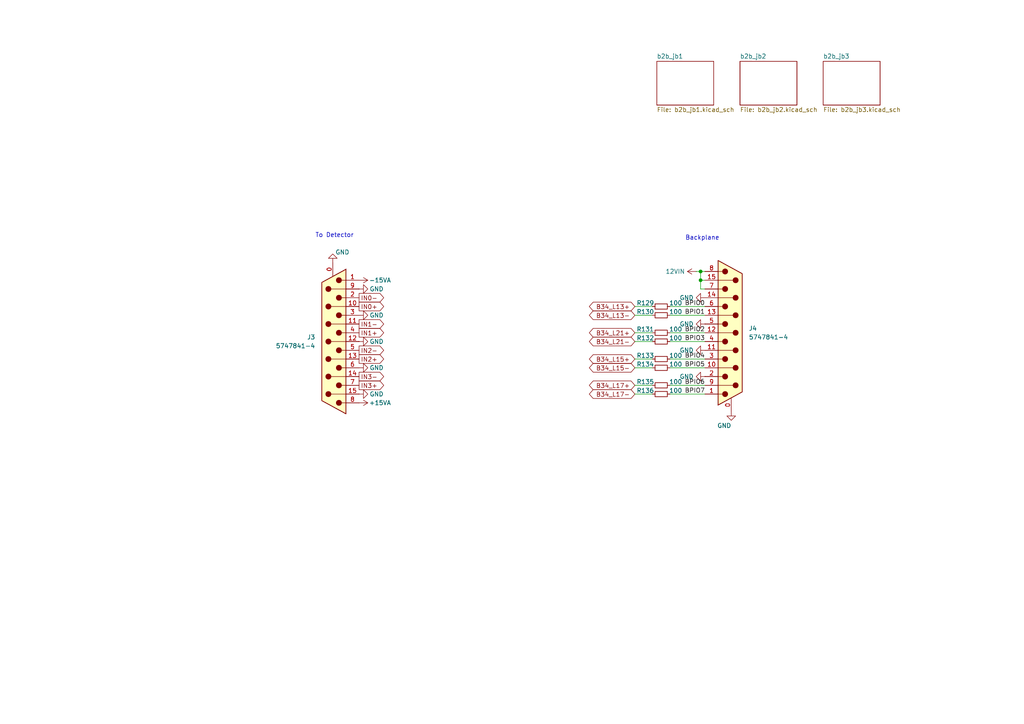
<source format=kicad_sch>
(kicad_sch (version 20250114) (generator "eeschema") (generator_version "9.0")
  (paper "A4")
  (title_block (title "4 channel ADC Module") (date "2025-04-18") (rev "0.1") (company "NOIRLab") (comment 1 "Design: Braulio Cancino Vera - braulio.cancino@noirlab.edu"))
  (lib_symbols
    (symbol "Connector:DA15_Pins_MountingHoles" (pin_names (offset 1.016) (hide yes))
      (property "Reference" "J" (at 0 24.13 0))
      (property "Value" "DA15_Pins_MountingHoles" (at 0 22.225 0))
      (symbol "DA15_Pins_MountingHoles_0_1"
        (polyline (pts (xy -3.81 17.78) (xy -2.54 17.78)))
        (polyline (pts (xy -3.81 15.24) (xy 0.508 15.24)))
        (polyline (pts (xy -3.81 12.7) (xy -2.54 12.7)))
        (polyline (pts (xy -3.81 10.16) (xy 0.508 10.16)))
        (polyline (pts (xy -3.81 7.62) (xy -2.54 7.62)))
        (polyline (pts (xy -3.81 5.08) (xy 0.508 5.08)))
        (polyline (pts (xy -3.81 2.54) (xy -2.54 2.54)))
        (polyline (pts (xy -3.81 0) (xy 0.508 0)))
        (polyline (pts (xy -3.81 -2.54) (xy -2.54 -2.54)))
        (polyline (pts (xy -3.81 -5.08) (xy 0.508 -5.08)))
        (polyline (pts (xy -3.81 -7.62) (xy -2.54 -7.62)))
        (polyline (pts (xy -3.81 -10.16) (xy 0.508 -10.16)))
        (polyline (pts (xy -3.81 -12.7) (xy -2.54 -12.7)))
        (polyline (pts (xy -3.81 -15.24) (xy 0.508 -15.24)))
        (polyline (pts (xy -3.81 -17.78) (xy -2.54 -17.78)))
        (polyline (pts (xy -3.81 -20.955) (xy 3.175 -17.145) (xy 3.175 17.145) (xy -3.81 20.955) (xy -3.81 -20.955)) (stroke (width 0.254)) (fill (type background)))
        (circle (center -1.778 17.78) (radius 0.762) (fill (type outline)))
        (circle (center -1.778 12.7) (radius 0.762) (fill (type outline)))
        (circle (center -1.778 7.62) (radius 0.762) (fill (type outline)))
        (circle (center -1.778 2.54) (radius 0.762) (fill (type outline)))
        (circle (center -1.778 -2.54) (radius 0.762) (fill (type outline)))
        (circle (center -1.778 -7.62) (radius 0.762) (fill (type outline)))
        (circle (center -1.778 -12.7) (radius 0.762) (fill (type outline)))
        (circle (center -1.778 -17.78) (radius 0.762) (fill (type outline)))
        (circle (center 1.27 15.24) (radius 0.762) (fill (type outline)))
        (circle (center 1.27 10.16) (radius 0.762) (fill (type outline)))
        (circle (center 1.27 5.08) (radius 0.762) (fill (type outline)))
        (circle (center 1.27 0) (radius 0.762) (fill (type outline)))
        (circle (center 1.27 -5.08) (radius 0.762) (fill (type outline)))
        (circle (center 1.27 -10.16) (radius 0.762) (fill (type outline)))
        (circle (center 1.27 -15.24) (radius 0.762) (fill (type outline)))
      )
      (symbol "DA15_Pins_MountingHoles_1_1"
        (pin passive line (at -7.62 17.78 0) (length 3.81) (name "8") (number "8"))
        (pin passive line (at -7.62 15.24 0) (length 3.81) (name "P15") (number "15"))
        (pin passive line (at -7.62 12.7 0) (length 3.81) (name "7") (number "7"))
        (pin passive line (at -7.62 10.16 0) (length 3.81) (name "P14") (number "14"))
        (pin passive line (at -7.62 7.62 0) (length 3.81) (name "6") (number "6"))
        (pin passive line (at -7.62 5.08 0) (length 3.81) (name "P13") (number "13"))
        (pin passive line (at -7.62 2.54 0) (length 3.81) (name "5") (number "5"))
        (pin passive line (at -7.62 0 0) (length 3.81) (name "P12") (number "12"))
        (pin passive line (at -7.62 -2.54 0) (length 3.81) (name "4") (number "4"))
        (pin passive line (at -7.62 -5.08 0) (length 3.81) (name "P111") (number "11"))
        (pin passive line (at -7.62 -7.62 0) (length 3.81) (name "3") (number "3"))
        (pin passive line (at -7.62 -10.16 0) (length 3.81) (name "P10") (number "10"))
        (pin passive line (at -7.62 -12.7 0) (length 3.81) (name "2") (number "2"))
        (pin passive line (at -7.62 -15.24 0) (length 3.81) (name "P9") (number "9"))
        (pin passive line (at -7.62 -17.78 0) (length 3.81) (name "1") (number "1"))
        (pin passive line (at 0 -22.86 90) (length 3.81) (name "PAD") (number "0"))
      )
    )
    (symbol "Device:R_Small" (pin_numbers (hide yes)) (pin_names (offset 0.254) (hide yes))
      (property "Reference" "R" (at 0.762 0.508 0))
      (property "Value" "R_Small" (at 0.762 -1.016 0))
      (symbol "R_Small_0_1"
        (rectangle (start -0.762 1.778) (end 0.762 -1.778) (stroke (width 0.2032)))
      )
      (symbol "R_Small_1_1"
        (pin passive line (at 0 2.54 270) (length 0.762) (name "~") (number "1"))
        (pin passive line (at 0 -2.54 90) (length 0.762) (name "~") (number "2"))
      )
    )
    (symbol "power:+12V" (power) (pin_numbers (hide yes)) (pin_names (offset 0) (hide yes))
      (property "Value" "+12V" (at 0 3.556 0))
      (symbol "+12V_0_1"
        (polyline (pts (xy -0.762 1.27) (xy 0 2.54)))
        (polyline (pts (xy 0 2.54) (xy 0.762 1.27)))
        (polyline (pts (xy 0 0) (xy 0 2.54)))
      )
      (symbol "+12V_1_1"
        (pin power_in line (at 0 0 90) (length 0) (name "~") (number "1"))
      )
    )
    (symbol "power:GND" (power) (pin_numbers (hide yes)) (pin_names (offset 0) (hide yes))
      (property "Value" "GND" (at 0 -3.81 0))
      (symbol "GND_0_1"
        (polyline (pts (xy 0 0) (xy 0 -1.27) (xy 1.27 -1.27) (xy 0 -2.54) (xy -1.27 -1.27) (xy 0 -1.27)))
      )
      (symbol "GND_1_1"
        (pin power_in line (at 0 0 270) (length 0) (name "~") (number "1"))
      )
    )
  )
  (text "To Detector" (at 97.028 68.326 0) (effects (font (size 1.27 1.27))))
  (text "Backplane" (at 203.708 69.088 0) (effects (font (size 1.27 1.27))))
  (junction (at 203.2 78.74))
  (junction (at 203.2 81.28))
  (wire (pts (xy 189.23 104.14) (xy 184.15 104.14)))
  (wire (pts (xy 194.31 91.44) (xy 204.47 91.44)))
  (wire (pts (xy 189.23 91.44) (xy 184.15 91.44)))
  (wire (pts (xy 204.47 83.82) (xy 203.2 83.82)))
  (wire (pts (xy 189.23 111.76) (xy 184.15 111.76)))
  (wire (pts (xy 194.31 96.52) (xy 204.47 96.52)))
  (wire (pts (xy 194.31 88.9) (xy 204.47 88.9)))
  (wire (pts (xy 194.31 114.3) (xy 204.47 114.3)))
  (wire (pts (xy 189.23 106.68) (xy 184.15 106.68)))
  (wire (pts (xy 189.23 114.3) (xy 184.15 114.3)))
  (wire (pts (xy 201.93 78.74) (xy 203.2 78.74)))
  (wire (pts (xy 203.2 81.28) (xy 204.47 81.28)))
  (wire (pts (xy 189.23 99.06) (xy 184.15 99.06)))
  (wire (pts (xy 203.2 78.74) (xy 203.2 81.28)))
  (wire (pts (xy 194.31 99.06) (xy 204.47 99.06)))
  (wire (pts (xy 194.31 111.76) (xy 204.47 111.76)))
  (wire (pts (xy 189.23 88.9) (xy 184.15 88.9)))
  (wire (pts (xy 203.2 78.74) (xy 204.47 78.74)))
  (wire (pts (xy 189.23 96.52) (xy 184.15 96.52)))
  (wire (pts (xy 194.31 104.14) (xy 204.47 104.14)))
  (wire (pts (xy 203.2 81.28) (xy 203.2 83.82)))
  (wire (pts (xy 194.31 106.68) (xy 204.47 106.68)))
  (label "BPIO3" (at 204.47 99.06 180))
  (label "BPIO0" (at 204.47 88.9 180))
  (label "BPIO5" (at 204.47 106.68 180))
  (label "BPIO7" (at 204.47 114.3 180))
  (label "BPIO1" (at 204.47 91.44 180))
  (label "BPIO6" (at 204.47 111.76 180))
  (label "BPIO2" (at 204.47 96.52 180))
  (label "BPIO4" (at 204.47 104.14 180))
  (global_label "IN2+" (shape output) (at 104.14 104.14 0) (property "Intersheetrefs" "${INTERSHEET_REFS}" (effects (hide yes))))
  (global_label "B34_L13-" (shape bidirectional) (at 184.15 91.44 180) (property "Intersheetrefs" "${INTERSHEET_REFS}" (effects (hide yes))))
  (global_label "B34_L15-" (shape bidirectional) (at 184.15 106.68 180) (property "Intersheetrefs" "${INTERSHEET_REFS}" (effects (hide yes))))
  (global_label "B34_L13+" (shape bidirectional) (at 184.15 88.9 180) (property "Intersheetrefs" "${INTERSHEET_REFS}" (effects (hide yes))))
  (global_label "IN3+" (shape output) (at 104.14 111.76 0) (property "Intersheetrefs" "${INTERSHEET_REFS}" (effects (hide yes))))
  (global_label "B34_L21+" (shape bidirectional) (at 184.15 96.52 180) (property "Intersheetrefs" "${INTERSHEET_REFS}" (effects (hide yes))))
  (global_label "IN3-" (shape output) (at 104.14 109.22 0) (property "Intersheetrefs" "${INTERSHEET_REFS}" (effects (hide yes))))
  (global_label "B34_L21-" (shape bidirectional) (at 184.15 99.06 180) (property "Intersheetrefs" "${INTERSHEET_REFS}" (effects (hide yes))))
  (global_label "IN0-" (shape output) (at 104.14 86.36 0) (property "Intersheetrefs" "${INTERSHEET_REFS}" (effects (hide yes))))
  (global_label "IN1-" (shape output) (at 104.14 93.98 0) (property "Intersheetrefs" "${INTERSHEET_REFS}" (effects (hide yes))))
  (global_label "B34_L17-" (shape bidirectional) (at 184.15 114.3 180) (property "Intersheetrefs" "${INTERSHEET_REFS}" (effects (hide yes))))
  (global_label "IN2-" (shape output) (at 104.14 101.6 0) (property "Intersheetrefs" "${INTERSHEET_REFS}" (effects (hide yes))))
  (global_label "B34_L17+" (shape bidirectional) (at 184.15 111.76 180) (property "Intersheetrefs" "${INTERSHEET_REFS}" (effects (hide yes))))
  (global_label "IN0+" (shape output) (at 104.14 88.9 0) (property "Intersheetrefs" "${INTERSHEET_REFS}" (effects (hide yes))))
  (global_label "B34_L15+" (shape bidirectional) (at 184.15 104.14 180) (property "Intersheetrefs" "${INTERSHEET_REFS}" (effects (hide yes))))
  (global_label "IN1+" (shape output) (at 104.14 96.52 0) (property "Intersheetrefs" "${INTERSHEET_REFS}" (effects (hide yes))))
  (symbol (lib_id "power:GND") (at 104.14 106.68 90) (unit 1)
    (property "Reference" "#PWR0257" (effects (hide yes)))
    (property "Value" "GND" (at 109.22 106.68 90))
    (property "Description" "Power symbol creates a global label with name \"GND\" , ground" (effects (hide yes)))
  )
  (symbol (lib_id "power:GND") (at 204.47 109.22 270) (mirror x) (unit 1)
    (property "Reference" "#PWR0253" (effects (hide yes)))
    (property "Value" "GND" (at 199.136 109.22 90))
    (property "Description" "Power symbol creates a global label with name \"GND\" , ground" (effects (hide yes)))
  )
  (symbol (lib_id "power:GND") (at 204.47 86.36 270) (mirror x) (unit 1)
    (property "Reference" "#PWR0250" (effects (hide yes)))
    (property "Value" "GND" (at 199.136 86.36 90))
    (property "Description" "Power symbol creates a global label with name \"GND\" , ground" (effects (hide yes)))
  )
  (symbol (lib_id "power:GND") (at 96.52 76.2 180) (unit 1)
    (property "Reference" "#PWR0256" (effects (hide yes)))
    (property "Value" "GND" (at 99.314 73.152 0))
    (property "Description" "Power symbol creates a global label with name \"GND\" , ground" (effects (hide yes)))
  )
  (symbol (lib_id "Device:R_Small") (at 191.77 111.76 90) (unit 1)
    (property "Reference" "R135" (at 189.738 110.744 90) (effects (justify left)))
    (property "Value" "100" (at 194.056 110.744 90) (effects (justify right)))
    (property "Footprint" "Resistor_SMD:R_0402_1005Metric" (effects (hide yes)))
    (property "Description" "100 Ohms ±1% 0.2W, 1/5W Chip Resistor 0402 (1005 Metric) Automotive AEC-Q200, Pulse Withstanding Thick Film" (effects (hide yes)))
    (property "M" "VISHAY" (effects (hide yes)))
    (property "MPN" "CRCW0402100RFKEDHP" (effects (hide yes)))
  )
  (symbol (lib_id "Device:R_Small") (at 191.77 88.9 90) (unit 1)
    (property "Reference" "R129" (at 189.738 87.884 90) (effects (justify left)))
    (property "Value" "100" (at 194.056 87.884 90) (effects (justify right)))
    (property "Footprint" "Resistor_SMD:R_0402_1005Metric" (effects (hide yes)))
    (property "Description" "100 Ohms ±1% 0.2W, 1/5W Chip Resistor 0402 (1005 Metric) Automotive AEC-Q200, Pulse Withstanding Thick Film" (effects (hide yes)))
    (property "M" "VISHAY" (effects (hide yes)))
    (property "MPN" "CRCW0402100RFKEDHP" (effects (hide yes)))
  )
  (symbol (lib_id "Device:R_Small") (at 191.77 114.3 90) (unit 1)
    (property "Reference" "R136" (at 189.738 113.284 90) (effects (justify left)))
    (property "Value" "100" (at 194.056 113.284 90) (effects (justify right)))
    (property "Footprint" "Resistor_SMD:R_0402_1005Metric" (effects (hide yes)))
    (property "Description" "100 Ohms ±1% 0.2W, 1/5W Chip Resistor 0402 (1005 Metric) Automotive AEC-Q200, Pulse Withstanding Thick Film" (effects (hide yes)))
    (property "M" "VISHAY" (effects (hide yes)))
    (property "MPN" "CRCW0402100RFKEDHP" (effects (hide yes)))
  )
  (symbol (lib_id "power:GND") (at 104.14 114.3 90) (unit 1)
    (property "Reference" "#PWR0240" (effects (hide yes)))
    (property "Value" "GND" (at 109.22 114.3 90))
    (property "Description" "Power symbol creates a global label with name \"GND\" , ground" (effects (hide yes)))
  )
  (symbol (lib_id "power:GND") (at 104.14 91.44 90) (unit 1)
    (property "Reference" "#PWR0259" (effects (hide yes)))
    (property "Value" "GND" (at 109.22 91.44 90))
    (property "Description" "Power symbol creates a global label with name \"GND\" , ground" (effects (hide yes)))
  )
  (symbol (lib_id "Device:R_Small") (at 191.77 104.14 90) (unit 1)
    (property "Reference" "R133" (at 189.738 103.124 90) (effects (justify left)))
    (property "Value" "100" (at 194.056 103.124 90) (effects (justify right)))
    (property "Footprint" "Resistor_SMD:R_0402_1005Metric" (effects (hide yes)))
    (property "Description" "100 Ohms ±1% 0.2W, 1/5W Chip Resistor 0402 (1005 Metric) Automotive AEC-Q200, Pulse Withstanding Thick Film" (effects (hide yes)))
    (property "M" "VISHAY" (effects (hide yes)))
    (property "MPN" "CRCW0402100RFKEDHP" (effects (hide yes)))
  )
  (symbol (lib_id "Connector:DA15_Pins_MountingHoles") (at 96.52 99.06 180) (unit 1)
    (property "Reference" "J3" (at 91.44 97.7899 0) (effects (justify left)))
    (property "Value" "5747841-4" (at 91.44 100.3299 0) (effects (justify left)))
    (property "Footprint" "lib:57478414" (effects (hide yes)))
    (property "Description" "15-pin D-SUB connector, pins (male) (low-density/2 columns), Mounting Hole" (effects (hide yes)))
    (property "M" "TE" (effects (hide yes)))
    (property "MPN" "5747841-4 " (effects (hide yes)))
  )
  (symbol (lib_id "Device:R_Small") (at 191.77 96.52 90) (unit 1)
    (property "Reference" "R131" (at 189.738 95.504 90) (effects (justify left)))
    (property "Value" "100" (at 194.056 95.504 90) (effects (justify right)))
    (property "Footprint" "Resistor_SMD:R_0402_1005Metric" (effects (hide yes)))
    (property "Description" "100 Ohms ±1% 0.2W, 1/5W Chip Resistor 0402 (1005 Metric) Automotive AEC-Q200, Pulse Withstanding Thick Film" (effects (hide yes)))
    (property "M" "VISHAY" (effects (hide yes)))
    (property "MPN" "CRCW0402100RFKEDHP" (effects (hide yes)))
  )
  (symbol (lib_id "power:GND") (at 204.47 101.6 270) (mirror x) (unit 1)
    (property "Reference" "#PWR0252" (effects (hide yes)))
    (property "Value" "GND" (at 199.136 101.6 90))
    (property "Description" "Power symbol creates a global label with name \"GND\" , ground" (effects (hide yes)))
  )
  (symbol (lib_id "power:GND") (at 104.14 83.82 90) (unit 1)
    (property "Reference" "#PWR0255" (effects (hide yes)))
    (property "Value" "GND" (at 109.22 83.82 90))
    (property "Description" "Power symbol creates a global label with name \"GND\" , ground" (effects (hide yes)))
  )
  (symbol (lib_id "power:+12V") (at 104.14 116.84 270) (unit 1)
    (property "Reference" "#PWR0232" (effects (hide yes)))
    (property "Value" "+15VA" (at 110.236 116.84 90))
    (property "Description" "Power symbol creates a global label with name \"+12V\"" (effects (hide yes)))
  )
  (symbol (lib_id "power:GND") (at 204.47 93.98 270) (mirror x) (unit 1)
    (property "Reference" "#PWR0251" (effects (hide yes)))
    (property "Value" "GND" (at 199.136 93.98 90))
    (property "Description" "Power symbol creates a global label with name \"GND\" , ground" (effects (hide yes)))
  )
  (symbol (lib_id "Device:R_Small") (at 191.77 106.68 90) (unit 1)
    (property "Reference" "R134" (at 189.738 105.664 90) (effects (justify left)))
    (property "Value" "100" (at 194.056 105.664 90) (effects (justify right)))
    (property "Footprint" "Resistor_SMD:R_0402_1005Metric" (effects (hide yes)))
    (property "Description" "100 Ohms ±1% 0.2W, 1/5W Chip Resistor 0402 (1005 Metric) Automotive AEC-Q200, Pulse Withstanding Thick Film" (effects (hide yes)))
    (property "M" "VISHAY" (effects (hide yes)))
    (property "MPN" "CRCW0402100RFKEDHP" (effects (hide yes)))
  )
  (symbol (lib_id "Device:R_Small") (at 191.77 99.06 90) (unit 1)
    (property "Reference" "R132" (at 189.738 98.044 90) (effects (justify left)))
    (property "Value" "100" (at 194.056 98.044 90) (effects (justify right)))
    (property "Footprint" "Resistor_SMD:R_0402_1005Metric" (effects (hide yes)))
    (property "Description" "100 Ohms ±1% 0.2W, 1/5W Chip Resistor 0402 (1005 Metric) Automotive AEC-Q200, Pulse Withstanding Thick Film" (effects (hide yes)))
    (property "M" "VISHAY" (effects (hide yes)))
    (property "MPN" "CRCW0402100RFKEDHP" (effects (hide yes)))
  )
  (symbol (lib_id "power:GND") (at 104.14 99.06 90) (unit 1)
    (property "Reference" "#PWR0258" (effects (hide yes)))
    (property "Value" "GND" (at 109.22 99.06 90))
    (property "Description" "Power symbol creates a global label with name \"GND\" , ground" (effects (hide yes)))
  )
  (symbol (lib_id "power:GND") (at 212.09 119.38 0) (mirror y) (unit 1)
    (property "Reference" "#PWR0254" (effects (hide yes)))
    (property "Value" "GND" (at 210.058 123.444 0))
    (property "Description" "Power symbol creates a global label with name \"GND\" , ground" (effects (hide yes)))
  )
  (symbol (lib_id "Device:R_Small") (at 191.77 91.44 90) (unit 1)
    (property "Reference" "R130" (at 189.738 90.424 90) (effects (justify left)))
    (property "Value" "100" (at 194.056 90.424 90) (effects (justify right)))
    (property "Footprint" "Resistor_SMD:R_0402_1005Metric" (effects (hide yes)))
    (property "Description" "100 Ohms ±1% 0.2W, 1/5W Chip Resistor 0402 (1005 Metric) Automotive AEC-Q200, Pulse Withstanding Thick Film" (effects (hide yes)))
    (property "M" "VISHAY" (effects (hide yes)))
    (property "MPN" "CRCW0402100RFKEDHP" (effects (hide yes)))
  )
  (symbol (lib_id "power:+12V") (at 104.14 81.28 270) (unit 1)
    (property "Reference" "#PWR0233" (effects (hide yes)))
    (property "Value" "-15VA" (at 110.236 81.28 90))
    (property "Description" "Power symbol creates a global label with name \"+12V\"" (effects (hide yes)))
  )
  (symbol (lib_id "power:+12V") (at 201.93 78.74 90) (unit 1)
    (property "Reference" "#PWR0242" (effects (hide yes)))
    (property "Value" "12VIN" (at 195.834 78.74 90))
    (property "Description" "Power symbol creates a global label with name \"+12V\"" (effects (hide yes)))
  )
  (symbol (lib_id "Connector:DA15_Pins_MountingHoles") (at 212.09 96.52 0) (unit 1)
    (property "Reference" "J4" (at 217.17 95.2499 0) (effects (justify left)))
    (property "Value" "5747841-4" (at 217.17 97.7899 0) (effects (justify left)))
    (property "Footprint" "lib:57478414" (effects (hide yes)))
    (property "Description" "15-pin D-SUB connector, pins (male) (low-density/2 columns), Mounting Hole" (effects (hide yes)))
    (property "M" "TE" (effects (hide yes)))
    (property "MPN" "5747841-4 " (effects (hide yes)))
  )
  (sheet (at 238.76 17.78) (size 16.51 12.7) (stroke (width 0.1524))
    (property "Sheetname" "b2b_jb3" (at 238.76 17.0684 0) (effects (justify left bottom)))
    (property "Sheetfile" "b2b_jb3.kicad_sch" (at 238.76 31.0646 0) (effects (justify left top)))
  )
  (sheet (at 214.63 17.78) (size 16.51 12.7) (stroke (width 0.1524))
    (property "Sheetname" "b2b_jb2" (at 214.63 17.0684 0) (effects (justify left bottom)))
    (property "Sheetfile" "b2b_jb2.kicad_sch" (at 214.63 31.0646 0) (effects (justify left top)))
  )
  (sheet (at 190.5 17.78) (size 16.51 12.7) (stroke (width 0.1524))
    (property "Sheetname" "b2b_jb1" (at 190.5 17.0684 0) (effects (justify left bottom)))
    (property "Sheetfile" "b2b_jb1.kicad_sch" (at 190.5 31.0646 0) (effects (justify left top)))
  )
)
</source>
